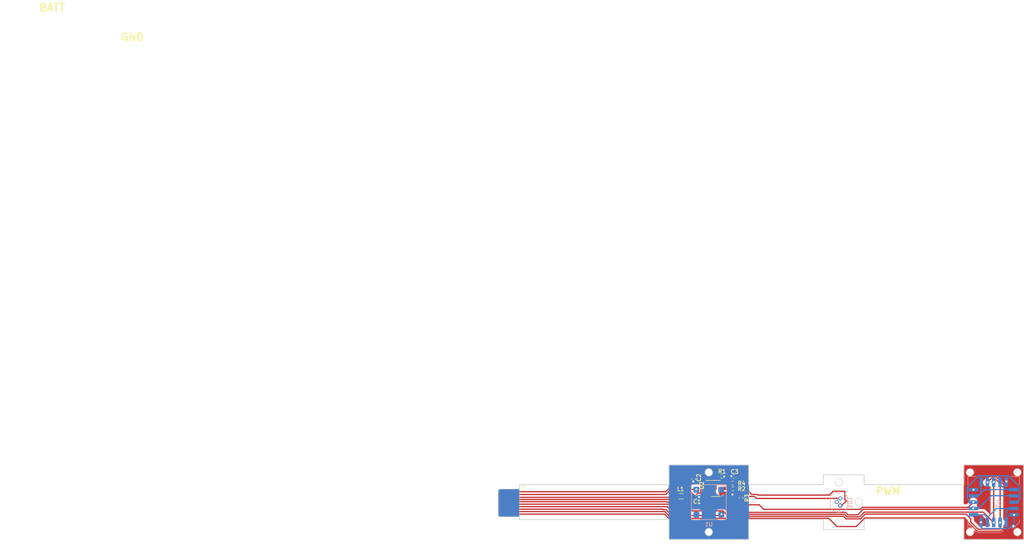
<source format=kicad_pcb>
(kicad_pcb (version 20221018) (generator pcbnew)
  (layers (0 "F.Cu" signal) (31 "B.Cu" signal) (34 "B.Paste" user) (35 "F.Paste" user) (36 "B.SilkS" user "B.Silkscreen") (37 "F.SilkS" user "F.Silkscreen") (38 "B.Mask" user) (39 "F.Mask" user) (44 "Edge.Cuts" user))
  (net 0 "")
  (net 1 "GND")
  (net 2 "Net-(LD1-A)")
  (net 3 "Net-(C3-Pad1)")
  (net 4 "Net-(U2-SW)")
  (net 6 "Net-(LD1-C)")
  (net 7 "Net-(U2-FB)")
  (net 9 "Net-(J3-Pin_9)")
  (net 10 "Net-(J3-Pin_1)")
  (net 11 "Net-(J3-Pin_2)")
  (net 12 "Net-(J3-Pin_5)")
  (net 13 "Net-(J3-Pin_6)")
  (net 14 "Net-(J3-Pin_4)")
  (net 15 "Net-(J3-Pin_3)")
  (net 16 "Net-(J3-Pin_7)")
  (net 17 "Net-(U3-NC-Pad12)")
  (net 18 "Net-(J3-Pin_8)")
  (footprint "footprints:FH19C_Connector" (layer "F.Cu") (at 96.5 88.425 90)
    (fp_text reference "J3" (at 2.95 2.5 90 unlocked) (layer "F.SilkS") (effects (font (size 0.8 0.8) (thickness 0.1))))
    (fp_text value "Conn_01x10")
    (fp_poly (pts (xy -2.66 1.6) (xy -2.66 -2.25) (xy -2.52 -2.39) (xy 2.42 -2.4) (xy 2.66 -2.23) (xy 2.68 1.61)) (stroke (width 0.2)) (fill solid) (layer "B.Cu"))
    (fp_line (start -2.58 1.75) (end 2.67 1.75) (stroke (width 0.05)) (layer "F.SilkS"))
    (fp_line (start -2.8 -2.3) (end -2.8 1.75) (stroke (width 0.05)) (layer "Edge.Cuts"))
    (fp_line (start -2.55 -2.55) (end -2.8 -2.3) (stroke (width 0.05)) (layer "Edge.Cuts"))
    (fp_line (start 2.45 -2.55) (end -2.55 -2.55) (stroke (width 0.05)) (layer "Edge.Cuts"))
    (fp_line (start 2.8 -2.3) (end 2.45 -2.55) (stroke (width 0.05)) (layer "Edge.Cuts"))
    (fp_line (start 2.8 1.75) (end 2.8 -2.3) (stroke (width 0.05)) (layer "Edge.Cuts"))
    (pad "1" smd rect (at -2.25 -1.02 180) (size 2.5 0.33) (layers "F.Cu" "F.Paste" "F.Mask") (net 10 "Net-(J3-Pin_1)"))
    (pad "2" smd rect (at -1.75 -1.02 180) (size 2.5 0.33) (layers "F.Cu" "F.Paste" "F.Mask") (net 11 "Net-(J3-Pin_2)"))
    (pad "3" smd rect (at -1.25 -1.02 180) (size 2.5 0.33) (layers "F.Cu" "F.Paste" "F.Mask") (net 15 "Net-(J3-Pin_3)"))
    (pad "4" smd rect (at -0.75 -1.02 180) (size 2.5 0.33) (layers "F.Cu" "F.Paste" "F.Mask") (net 14 "Net-(J3-Pin_4)"))
    (pad "5" smd rect (at -0.25 -1.02 180) (size 2.5 0.33) (layers "F.Cu" "F.Paste" "F.Mask") (net 12 "Net-(J3-Pin_5)"))
    (pad "6" smd rect (at 0.25 -1.02 180) (size 2.5 0.33) (layers "F.Cu" "F.Paste" "F.Mask") (net 13 "Net-(J3-Pin_6)"))
    (pad "7" smd rect (at 0.75 -1.02 180) (size 2.5 0.33) (layers "F.Cu" "F.Paste" "F.Mask") (net 16 "Net-(J3-Pin_7)"))
    (pad "8" smd rect (at 1.25 -1.02 180) (size 2.5 0.33) (layers "F.Cu" "F.Paste" "F.Mask") (net 18 "Net-(J3-Pin_8)"))
    (pad "9" smd rect (at 1.75 -1.02 180) (size 2.5 0.33) (layers "F.Cu" "F.Paste" "F.Mask") (net 9 "Net-(J3-Pin_9)"))
    (pad "10" smd rect (at 2.25 -1.02 180) (size 2.5 0.33) (layers "F.Cu" "F.Paste" "F.Mask") (net 1 "GND"))
  )
  (footprint "Resistor_SMD:R_0402_1005Metric" (layer "F.Cu") (at 142.7 87.4 -90)
    (fp_text reference "R3" (at 0.05 -1.2 -90) (layer "F.SilkS") (effects (font (size 0.8 0.8))))
    (fp_text value "33k")
    (fp_line (start -0.153641 -0.38) (end 0.153641 -0.38) (stroke (width 0.12)) (layer "F.SilkS"))
    (fp_line (start -0.153641 0.38) (end 0.153641 0.38) (stroke (width 0.12)) (layer "F.SilkS"))
    (pad "1" smd roundrect (at -0.51 0 270) (size 0.54 0.64) (layers "F.Cu" "F.Paste" "F.Mask") (net 3 "Net-(C3-Pad1)"))
    (pad "2" smd roundrect (at 0.51 0 270) (size 0.54 0.64) (layers "F.Cu" "F.Paste" "F.Mask") (net 16 "Net-(J3-Pin_7)"))
  )
  (footprint "Resistor_SMD:R_0402_1005Metric" (layer "F.Cu") (at 141.025 84.45)
    (fp_text reference "R4" (at 1.825 0.05) (layer "F.SilkS") (effects (font (size 0.8 0.8))))
    (fp_text value "4.7k")
    (fp_line (start -0.153641 -0.38) (end 0.153641 -0.38) (stroke (width 0.12)) (layer "F.SilkS"))
    (fp_line (start -0.153641 0.38) (end 0.153641 0.38) (stroke (width 0.12)) (layer "F.SilkS"))
    (pad "1" smd roundrect (at -0.51 0) (size 0.54 0.64) (layers "F.Cu" "F.Paste" "F.Mask") (net 6 "Net-(LD1-C)"))
    (pad "2" smd roundrect (at 0.51 0) (size 0.54 0.64) (layers "F.Cu" "F.Paste" "F.Mask") (net 7 "Net-(U2-FB)"))
  )
  (footprint "Capacitor_SMD:C_0402_1005Metric" (layer "F.Cu") (at 133.795 87.225)
    (fp_text reference "C1" (at 0.095 0.951) (layer "F.SilkS") (effects (font (size 0.8 0.8))))
    (fp_text value "1u")
    (fp_line (start -0.107836 -0.36) (end 0.107836 -0.36) (stroke (width 0.12)) (layer "F.SilkS"))
    (fp_line (start -0.107836 0.36) (end 0.107836 0.36) (stroke (width 0.12)) (layer "F.SilkS"))
    (pad "1" smd roundrect (at -0.48 0) (size 0.56 0.62) (layers "F.Cu" "F.Paste" "F.Mask") (net 18 "Net-(J3-Pin_8)"))
    (pad "2" smd roundrect (at 0.48 0) (size 0.56 0.62) (layers "F.Cu" "F.Paste" "F.Mask") (net 1 "GND"))
  )
  (footprint "Capacitor_SMD:C_0402_1005Metric" (layer "F.Cu") (at 133.175 83.625 -90)
    (fp_text reference "C2" (at -0.275 -1.075 -90) (layer "F.SilkS") (effects (font (size 0.8 0.8))))
    (fp_text value "1u")
    (fp_line (start -0.107836 -0.36) (end 0.107836 -0.36) (stroke (width 0.12)) (layer "F.SilkS"))
    (fp_line (start -0.107836 0.36) (end 0.107836 0.36) (stroke (width 0.12)) (layer "F.SilkS"))
    (pad "1" smd roundrect (at -0.48 0 270) (size 0.56 0.62) (layers "F.Cu" "F.Paste" "F.Mask") (net 2 "Net-(LD1-A)"))
    (pad "2" smd roundrect (at 0.48 0 270) (size 0.56 0.62) (layers "F.Cu" "F.Paste" "F.Mask") (net 1 "GND"))
  )
  (footprint "Capacitor_SMD:C_0402_1005Metric" (layer "F.Cu") (at 141.3 83.075 180)
    (fp_text reference "C3" (at -0.125 0.925 180) (layer "F.SilkS") (effects (font (size 0.8 0.8))))
    (fp_text value "0.1u")
    (fp_line (start -0.107836 -0.36) (end 0.107836 -0.36) (stroke (width 0.12)) (layer "F.SilkS"))
    (fp_line (start -0.107836 0.36) (end 0.107836 0.36) (stroke (width 0.12)) (layer "F.SilkS"))
    (pad "1" smd roundrect (at -0.48 0 180) (size 0.56 0.62) (layers "F.Cu" "F.Paste" "F.Mask") (net 3 "Net-(C3-Pad1)"))
    (pad "2" smd roundrect (at 0.48 0 180) (size 0.56 0.62) (layers "F.Cu" "F.Paste" "F.Mask") (net 1 "GND"))
  )
  (footprint "Resistor_SMD:R_0402_1005Metric" (layer "F.Cu") (at 141.1 85.575)
    (fp_text reference "R2" (at 1.75 0.025) (layer "F.SilkS") (effects (font (size 0.8 0.8))))
    (fp_text value "4.7k")
    (fp_line (start -0.153641 -0.38) (end 0.153641 -0.38) (stroke (width 0.12)) (layer "F.SilkS"))
    (fp_line (start -0.153641 0.38) (end 0.153641 0.38) (stroke (width 0.12)) (layer "F.SilkS"))
    (pad "1" smd roundrect (at -0.51 0) (size 0.54 0.64) (layers "F.Cu" "F.Paste" "F.Mask") (net 7 "Net-(U2-FB)"))
    (pad "2" smd roundrect (at 0.51 0) (size 0.54 0.64) (layers "F.Cu" "F.Paste" "F.Mask") (net 3 "Net-(C3-Pad1)"))
  )
  (footprint "Resistor_SMD:R_0402_1005Metric" (layer "F.Cu") (at 138.8 83.05 180)
    (fp_text reference "R1" (at -0.1 0.95 180) (layer "F.SilkS") (effects (font (size 0.8 0.8))))
    (fp_text value "2")
    (fp_line (start -0.153641 -0.38) (end 0.153641 -0.38) (stroke (width 0.12)) (layer "F.SilkS"))
    (fp_line (start -0.153641 0.38) (end 0.153641 0.38) (stroke (width 0.12)) (layer "F.SilkS"))
    (pad "1" smd roundrect (at -0.51 0 180) (size 0.54 0.64) (layers "F.Cu" "F.Paste" "F.Mask") (net 1 "GND"))
    (pad "2" smd roundrect (at 0.51 0 180) (size 0.54 0.64) (layers "F.Cu" "F.Paste" "F.Mask") (net 6 "Net-(LD1-C)"))
  )
  (footprint "Inductor_SMD:L_0805_2012Metric_Pad1.05x1.20mm_HandSolder" (layer "F.Cu") (at 130.725 87.075 180)
    (fp_text reference "L1" (at 0.15 1.45) (layer "F.SilkS") (effects (font (size 0.8 0.8))))
    (fp_text value "4.7u")
    (fp_line (start -0.410242 -0.56) (end 0.410242 -0.56) (stroke (width 0.12)) (layer "F.SilkS"))
    (fp_line (start -0.410242 0.56) (end 0.410242 0.56) (stroke (width 0.12)) (layer "F.SilkS"))
    (pad "1" smd roundrect (at -1.15 0 180) (size 1.05 1.2) (layers "F.Cu" "F.Paste" "F.Mask") (roundrect_rratio 0.238095) (net 4 "Net-(U2-SW)"))
    (pad "2" smd roundrect (at 1.15 0 180) (size 1.05 1.2) (layers "F.Cu" "F.Paste" "F.Mask") (roundrect_rratio 0.238095) (net 18 "Net-(J3-Pin_8)"))
  )
  (footprint "Package_TO_SOT_SMD:SOT-23-6_Handsoldering" (layer "F.Cu") (at 137.675 85.5)
    (fp_text reference "U2" (at -2.825 -0.6 90) (layer "F.SilkS") (effects (font (size 0.8 0.8))))
    (fp_text value "~")
    (fp_line (start -0.9 1.61) (end 0.9 1.61) (stroke (width 0.12)) (layer "F.SilkS"))
    (fp_line (start 0.9 -1.61) (end -2.05 -1.61) (stroke (width 0.12)) (layer "F.SilkS"))
    (pad "1" smd rect (at -1.35 -0.95) (size 1.56 0.65) (layers "F.Cu" "F.Paste" "F.Mask") (net 18 "Net-(J3-Pin_8)"))
    (pad "2" smd rect (at -1.35 0) (size 1.56 0.65) (layers "F.Cu" "F.Paste" "F.Mask") (net 2 "Net-(LD1-A)"))
    (pad "3" smd rect (at -1.35 0.95) (size 1.56 0.65) (layers "F.Cu" "F.Paste" "F.Mask") (net 18 "Net-(J3-Pin_8)"))
    (pad "4" smd rect (at 1.35 0.95) (size 1.56 0.65) (layers "F.Cu" "F.Paste" "F.Mask") (net 4 "Net-(U2-SW)"))
    (pad "5" smd rect (at 1.35 0) (size 1.56 0.65) (layers "F.Cu" "F.Paste" "F.Mask") (net 1 "GND"))
    (pad "6" smd rect (at 1.35 -0.95) (size 1.56 0.65) (layers "F.Cu" "F.Paste" "F.Mask") (net 7 "Net-(U2-FB)"))
  )
  (footprint "Package_LCC:PLCC-20" (layer "B.Cu") (at 193.45 88.275 90)
    (fp_text reference "U3" (at -0.275 0.825 90) (layer "B.SilkS") (effects (font (size 0.8 0.8)) (justify mirror)))
    (fp_text value "~")
    (fp_line (start -5.165 -5.165) (end -5.165 -3.515) (stroke (width 0.1)) (layer "B.SilkS"))
    (fp_line (start -5.165 4.015) (end -5.165 3.515) (stroke (width 0.1)) (layer "B.SilkS"))
    (fp_line (start -4.015 5.165) (end -5.165 4.015) (stroke (width 0.1)) (layer "B.SilkS"))
    (fp_line (start -3.515 -5.165) (end -5.165 -5.165) (stroke (width 0.1)) (layer "B.SilkS"))
    (fp_line (start -3.515 5.165) (end -4.015 5.165) (stroke (width 0.1)) (layer "B.SilkS"))
    (fp_line (start 3.515 -5.165) (end 5.165 -5.165) (stroke (width 0.1)) (layer "B.SilkS"))
    (fp_line (start 3.515 5.165) (end 5.165 5.165) (stroke (width 0.1)) (layer "B.SilkS"))
    (fp_line (start 5.165 -5.165) (end 5.165 -3.515) (stroke (width 0.1)) (layer "B.SilkS"))
    (fp_line (start 5.165 5.165) (end 5.165 3.515) (stroke (width 0.1)) (layer "B.SilkS"))
    (pad "1" smd rect (at 0 4.0525 90) (size 0.7 1.925) (layers "B.Cu" "B.Paste" "B.Mask") (net 13 "Net-(J3-Pin_6)"))
    (pad "2" smd rect (at -1.27 4.0525 90) (size 0.7 1.925) (layers "B.Cu" "B.Paste" "B.Mask") (net 17 "Net-(U3-NC-Pad12)"))
    (pad "3" smd rect (at -2.54 4.0525 90) (size 0.7 1.925) (layers "B.Cu" "B.Paste" "B.Mask") (net 10 "Net-(J3-Pin_1)"))
    (pad "4" smd rect (at -4.0525 2.54 90) (size 1.925 0.7) (layers "B.Cu" "B.Paste" "B.Mask") (net 17 "Net-(U3-NC-Pad12)"))
    (pad "5" smd rect (at -4.0525 1.27 90) (size 1.925 0.7) (layers "B.Cu" "B.Paste" "B.Mask") (net 15 "Net-(J3-Pin_3)"))
    (pad "6" smd rect (at -4.0525 0 90) (size 1.925 0.7) (layers "B.Cu" "B.Paste" "B.Mask") (net 14 "Net-(J3-Pin_4)"))
    (pad "7" smd rect (at -4.0525 -1.27 90) (size 1.925 0.7) (layers "B.Cu" "B.Paste" "B.Mask") (net 17 "Net-(U3-NC-Pad12)"))
    (pad "8" smd rect (at -4.0525 -2.54 90) (size 1.925 0.7) (layers "B.Cu" "B.Paste" "B.Mask") (net 10 "Net-(J3-Pin_1)"))
    (pad "9" smd rect (at -2.54 -4.0525 90) (size 0.7 1.925) (layers "B.Cu" "B.Paste" "B.Mask") (net 17 "Net-(U3-NC-Pad12)"))
    (pad "10" smd rect (at -1.27 -4.0525 90) (size 0.7 1.925) (layers "B.Cu" "B.Paste" "B.Mask") (net 12 "Net-(J3-Pin_5)"))
    (pad "11" smd rect (at 0 -4.0525 90) (size 0.7 1.925) (layers "B.Cu" "B.Paste" "B.Mask") (net 13 "Net-(J3-Pin_6)"))
    (pad "12" smd rect (at 1.27 -4.0525 90) (size 0.7 1.925) (layers "B.Cu" "B.Paste" "B.Mask") (net 17 "Net-(U3-NC-Pad12)"))
    (pad "13" smd rect (at 2.54 -4.0525 90) (size 0.7 1.925) (layers "B.Cu" "B.Paste" "B.Mask") (net 10 "Net-(J3-Pin_1)"))
    (pad "14" smd rect (at 4.0525 -2.54 90) (size 1.925 0.7) (layers "B.Cu" "B.Paste" "B.Mask") (net 17 "Net-(U3-NC-Pad12)"))
    (pad "15" smd rect (at 4.0525 -1.27 90) (size 1.925 0.7) (layers "B.Cu" "B.Paste" "B.Mask") (net 15 "Net-(J3-Pin_3)"))
    (pad "16" smd rect (at 4.0525 0 90) (size 1.925 0.7) (layers "B.Cu" "B.Paste" "B.Mask") (net 14 "Net-(J3-Pin_4)"))
    (pad "17" smd rect (at 4.0525 1.27 90) (size 1.925 0.7) (layers "B.Cu" "B.Paste" "B.Mask") (net 17 "Net-(U3-NC-Pad12)"))
    (pad "18" smd rect (at 4.0525 2.54 90) (size 1.925 0.7) (layers "B.Cu" "B.Paste" "B.Mask") (net 10 "Net-(J3-Pin_1)"))
    (pad "19" smd rect (at 2.54 4.0525 90) (size 0.7 1.925) (layers "B.Cu" "B.Paste" "B.Mask") (net 17 "Net-(U3-NC-Pad12)"))
    (pad "20" smd rect (at 1.27 4.0525 90) (size 0.7 1.925) (layers "B.Cu" "B.Paste" "B.Mask") (net 12 "Net-(J3-Pin_5)"))
  )
  (footprint "0_kicad_custom_footprints:SensL_SiPM_6mm" (layer "B.Cu") (at 136.25 88.275 180)
    (fp_text reference "U1" (at 0 -4.445 unlocked) (layer "B.SilkS") (effects (font (size 0.8 0.8)) (justify mirror)))
    (fp_text value "SensL_SiPM")
    (fp_rect (start -3.5 -3.5) (end 3.5 3.5) (stroke (width 0.12)) (fill none) (layer "B.SilkS"))
    (pad "1" smd roundrect (at -2.5 -2.5 180) (size 1.2 1.2) (layers "B.Cu" "B.Paste" "B.Mask") (net 11 "Net-(J3-Pin_2)"))
    (pad "2" smd roundrect (at 2.5 -2.5 180) (size 1.2 1.2) (layers "B.Cu" "B.Paste" "B.Mask"))
    (pad "3" smd roundrect (at 2.5 2.5 180) (size 1.2 1.2) (layers "B.Cu" "B.Paste" "B.Mask") (net 9 "Net-(J3-Pin_9)"))
    (pad "4" smd roundrect (at -2.5 2.5 180) (size 1.2 1.2) (layers "B.Cu" "B.Paste" "B.Mask"))
  )
  (footprint "OptoDevice:LaserDiode_TO38ICut-3" (layer "B.Cu") (at 162.35 88.955 90)
    (fp_text reference "LD1" (at 0.525 2.274 -90) (layer "B.SilkS") (effects (font (size 0.8 0.8)) (justify mirror)))
    (fp_text value "PL450B")
    (fp_line (start -1.15 0.3) (end -0.95 0) (stroke (width 0.12)) (layer "B.SilkS"))
    (fp_line (start -0.95 0) (end -1.15 -0.3) (stroke (width 0.12)) (layer "B.SilkS"))
    (fp_line (start -0.4 -1.7) (end 1.8 -1.7) (stroke (width 0.12)) (layer "B.SilkS"))
    (fp_line (start 1.8 1.7) (end -0.4 1.7) (stroke (width 0.12)) (layer "B.SilkS"))
    (fp_line (start 2.35 0) (end 2.55 -0.3) (stroke (width 0.12)) (layer "B.SilkS"))
    (fp_line (start 2.55 0.3) (end 2.35 0) (stroke (width 0.12)) (layer "B.SilkS"))
    (fp_arc (start -0.4 1.7) (mid -1.320296 0) (end -0.4 -1.7) (stroke (width 0.12)) (layer "B.SilkS"))
    (fp_arc (start 1.790069 -1.706327) (mid 2.729422 -0.005888) (end 1.8 1.7) (stroke (width 0.12)) (layer "B.SilkS"))
    (pad "1" thru_hole roundrect (at 0 0.3 45) (size 0.8 0.8) (drill 0.5) (layers "*.Cu" "*.Mask") (net 2 "Net-(LD1-A)"))
    (pad "2" thru_hole circle (at 0.715 -0.415 90) (size 0.8 0.8) (drill 0.5) (layers "*.Cu" "*.Mask"))
    (pad "3" thru_hole circle (at 1.43 0.3 90) (size 0.8 0.8) (drill 0.5) (layers "*.Cu" "*.Mask") (net 6 "Net-(LD1-C)"))
  )
  (gr_line (start 128.25 95.775) (end 128.25 91.775) (stroke (width 0.15)) (layer "Edge.Cuts"))
  (gr_line (start 187.45 95.775) (end 187.45 91.775) (stroke (width 0.15)) (layer "Edge.Cuts"))
  (gr_line (start 128.25 80.775) (end 144.25 80.775) (stroke (width 0.15)) (layer "Edge.Cuts"))
  (gr_line (start 167.45 91.775) (end 167.45 93.775) (stroke (width 0.15)) (layer "Edge.Cuts"))
  (gr_line (start 159.25 84.775) (end 159.25 82.775) (stroke (width 0.15)) (layer "Edge.Cuts"))
  (gr_circle (center 166.35 88.245) (end 167.1 88.245) (stroke (width 0.1)) (fill none) (layer "Edge.Cuts"))
  (gr_line (start 144.25 95.775) (end 128.25 95.775) (stroke (width 0.15)) (layer "Edge.Cuts"))
  (gr_line (start 128.25 91.775) (end 98.25 91.775) (stroke (width 0.15)) (layer "Edge.Cuts"))
  (gr_line (start 144.25 91.775) (end 144.25 95.775) (stroke (width 0.15)) (layer "Edge.Cuts"))
  (gr_line (start 128.25 84.775) (end 128.25 80.775) (stroke (width 0.15)) (layer "Edge.Cuts"))
  (gr_line (start 199.45 80.775) (end 199.45 95.775) (stroke (width 0.15)) (layer "Edge.Cuts"))
  (gr_circle (center 162.35 92.275) (end 163.1 92.275) (stroke (width 0.1)) (fill none) (layer "Edge.Cuts"))
  (gr_circle (center 198.2 94.275) (end 198.95 94.275) (stroke (width 0.1)) (fill none) (layer "Edge.Cuts"))
  (gr_line (start 144.25 80.775) (end 144.25 84.775) (stroke (width 0.15)) (layer "Edge.Cuts"))
  (gr_line (start 187.45 91.775) (end 167.45 91.775) (stroke (width 0.15)) (layer "Edge.Cuts"))
  (gr_line (start 159.25 82.775) (end 167.45 82.775) (stroke (width 0.15)) (layer "Edge.Cuts"))
  (gr_line (start 98.25 84.775) (end 98.25 85.625) (stroke (width 0.15)) (layer "Edge.Cuts"))
  (gr_line (start 144.25 84.775) (end 159.25 84.775) (stroke (width 0.15)) (layer "Edge.Cuts"))
  (gr_circle (center 188.7 94.275) (end 189.45 94.275) (stroke (width 0.1)) (fill none) (layer "Edge.Cuts"))
  (gr_line (start 199.45 95.775) (end 187.45 95.775) (stroke (width 0.15)) (layer "Edge.Cuts"))
  (gr_line (start 167.45 93.775) (end 159.25 93.775) (stroke (width 0.15)) (layer "Edge.Cuts"))
  (gr_circle (center 136.25 82.275) (end 137 82.275) (stroke (width 0.1)) (fill none) (layer "Edge.Cuts"))
  (gr_line (start 167.45 84.775) (end 187.45 84.775) (stroke (width 0.15)) (layer "Edge.Cuts"))
  (gr_line (start 98.25 91.225) (end 98.25 91.775) (stroke (width 0.15)) (layer "Edge.Cuts"))
  (gr_line (start 187.45 80.775) (end 199.45 80.775) (stroke (width 0.15)) (layer "Edge.Cuts"))
  (gr_line (start 167.45 82.775) (end 167.45 84.775) (stroke (width 0.15)) (layer "Edge.Cuts"))
  (gr_circle (center 136.25 94.275) (end 137 94.275) (stroke (width 0.1)) (fill none) (layer "Edge.Cuts"))
  (gr_line (start 159.25 91.775) (end 144.25 91.775) (stroke (width 0.15)) (layer "Edge.Cuts"))
  (gr_circle (center 188.7 82.275) (end 189.45 82.275) (stroke (width 0.1)) (fill none) (layer "Edge.Cuts"))
  (gr_circle (center 162.35 84.275) (end 163.1 84.275) (stroke (width 0.1)) (fill none) (layer "Edge.Cuts"))
  (gr_line (start 159.25 93.775) (end 159.25 91.775) (stroke (width 0.15)) (layer "Edge.Cuts"))
  (gr_line (start 98.25 84.775) (end 128.25 84.775) (stroke (width 0.15)) (layer "Edge.Cuts"))
  (gr_circle (center 198.2 82.275) (end 198.95 82.275) (stroke (width 0.1)) (fill none) (layer "Edge.Cuts"))
  (gr_line (start 187.45 84.775) (end 187.45 80.775) (stroke (width 0.15)) (layer "Edge.Cuts"))
  (gr_text "PWM" (at 169.6 86.916) (layer "F.SilkS") (effects (font (size 1.5 1.5) (thickness 0.3) bold) (justify left bottom)))
  (gr_text "GND" (at 18.034 -4.318) (layer "F.SilkS") (effects (font (size 1.5 1.5) (thickness 0.3) bold) (justify left bottom)))
  (gr_text "BATT" (at 1.65 -10.25) (layer "F.SilkS") (effects (font (size 1.5 1.5) (thickness 0.3) bold) (justify left bottom)))
  (segment (start 131.829314 84.105) (end 133.121 84.105) (width 0.25) (layer "F.Cu") (net 1))
  (segment (start 133.128 84.112) (end 133.135 84.105) (width 0.25) (layer "F.Cu") (net 1))
  (segment (start 140.840174 86.725) (end 140.975 86.725) (width 0.25) (layer "F.Cu") (net 1))
  (segment (start 95.48 86.175) (end 127.609314 86.175) (width 0.25) (layer "F.Cu") (net 1))
  (segment (start 139.615174 85.5) (end 140.840174 86.725) (width 0.25) (layer "F.Cu") (net 1))
  (segment (start 133.135 84.105) (end 133.175 84.105) (width 0.25) (layer "F.Cu") (net 1))
  (segment (start 127.609314 86.175) (end 130.754314 83.03) (width 0.25) (layer "F.Cu") (net 1))
  (segment (start 130.754314 83.03) (end 131.829314 84.105) (width 0.25) (layer "F.Cu") (net 1))
  (segment (start 139.025 85.5) (end 139.615174 85.5) (width 0.25) (layer "F.Cu") (net 1))
  (segment (start 133.121 84.105) (end 133.128 84.112) (width 0.25) (layer "F.Cu") (net 1))
  (via (at 139.337031 83.1295) (size 0.8) (drill 0.4) (layers "F.Cu" "B.Cu") (net 1))
  (via (at 134.3 87.225) (size 0.8) (drill 0.4) (layers "F.Cu" "B.Cu") (net 1))
  (via (at 133.128 84.112) (size 0.8) (drill 0.4) (layers "F.Cu" "B.Cu") (net 1))
  (via (at 140.975 86.725) (size 0.8) (drill 0.4) (layers "F.Cu" "B.Cu") (net 1))
  (via (at 140.775 83.05) (size 0.8) (drill 0.4) (layers "F.Cu" "B.Cu") (net 1))
  (segment (start 131.35 85.89) (end 131.35 86.398) (width 0.25) (layer "B.Cu") (net 1))
  (segment (start 131.35 86.398) (end 132.874 87.922) (width 0.25) (layer "B.Cu") (net 1))
  (segment (start 132.874 87.922) (end 133.603 87.922) (width 0.25) (layer "B.Cu") (net 1))
  (segment (start 133.128 84.112) (end 131.35 85.89) (width 0.25) (layer "B.Cu") (net 1))
  (segment (start 133.603 87.922) (end 134.3 87.225) (width 0.25) (layer "B.Cu") (net 1))
  (segment (start 134.3 87.225) (end 133.79405 87.225) (width 0.25) (layer "B.Cu") (net 1))
  (segment (start 137.564 85.5) (end 136.325 85.5) (width 0.25) (layer "F.Cu") (net 2))
  (segment (start 136.965174 83.475) (end 137.7 84.209826) (width 0.25) (layer "F.Cu") (net 2))
  (segment (start 146.1 86.85) (end 145.975 86.725) (width 0.25) (layer "F.Cu") (net 2))
  (segment (start 160.475 86.85) (end 146.1 86.85) (width 0.25) (layer "F.Cu") (net 2))
  (segment (start 144.875 86.725) (end 142.95 84.8) (width 0.25) (layer "F.Cu") (net 2))
  (segment (start 142.95 81.525) (end 143.05 81.425) (width 0.25) (layer "F.Cu") (net 2))
  (segment (start 161.25 86.075) (end 160.475 86.85) (width 0.25) (layer "F.Cu") (net 2))
  (segment (start 145.975 86.725) (end 144.875 86.725) (width 0.25) (layer "F.Cu") (net 2))
  (segment (start 163.575 87.7) (end 163.575 86.075) (width 0.25) (layer "F.Cu") (net 2))
  (segment (start 143.05 81.425) (end 142.9 81.275) (width 0.25) (layer "F.Cu") (net 2))
  (segment (start 142.95 84.8) (end 142.95 81.525) (width 0.25) (layer "F.Cu") (net 2))
  (segment (start 163.875 88) (end 163.575 87.7) (width 0.25) (layer "F.Cu") (net 2))
  (segment (start 137.7 84.209826) (end 137.7 85.636) (width 0.25) (layer "F.Cu") (net 2))
  (segment (start 163.575 86.075) (end 161.25 86.075) (width 0.25) (layer "F.Cu") (net 2))
  (segment (start 137.7 85.636) (end 137.564 85.5) (width 0.25) (layer "F.Cu") (net 2))
  (segment (start 134.075 83.475) (end 136.965174 83.475) (width 0.25) (layer "F.Cu") (net 2))
  (segment (start 142.9 81.275) (end 139.165174 81.275) (width 0.25) (layer "F.Cu") (net 2))
  (segment (start 162.35 88.955) (end 162.92 88.955) (width 0.25) (layer "F.Cu") (net 2))
  (segment (start 162.92 88.955) (end 163.875 88) (width 0.25) (layer "F.Cu") (net 2))
  (segment (start 133.175 83.145) (end 133.745 83.145) (width 0.25) (layer "F.Cu") (net 2))
  (segment (start 139.165174 81.275) (end 136.965174 83.475) (width 0.25) (layer "F.Cu") (net 2))
  (segment (start 133.745 83.145) (end 134.075 83.475) (width 0.25) (layer "F.Cu") (net 2))
  (segment (start 142.7 86.89) (end 142.7 86.665) (width 0.25) (layer "F.Cu") (net 3))
  (segment (start 142.08 83.75) (end 141.78 83.45) (width 0.25) (layer "F.Cu") (net 3))
  (segment (start 142.7 86.665) (end 141.61 85.575) (width 0.25) (layer "F.Cu") (net 3))
  (segment (start 142.08 85.105) (end 141.61 85.575) (width 0.25) (layer "F.Cu") (net 3))
  (segment (start 141.78 83.45) (end 141.78 83.075) (width 0.25) (layer "F.Cu") (net 3))
  (segment (start 142.08 83.75) (end 142.08 85.105) (width 0.25) (layer "F.Cu") (net 3))
  (segment (start 137.475 88) (end 139.025 86.45) (width 0.25) (layer "F.Cu") (net 4))
  (segment (start 132.8 88) (end 137.475 88) (width 0.25) (layer "F.Cu") (net 4))
  (segment (start 131.875 87.075) (end 132.8 88) (width 0.25) (layer "F.Cu") (net 4))
  (segment (start 139.005174 82.455) (end 140.06 82.455) (width 0.25) (layer "F.Cu") (net 6))
  (segment (start 138.410174 83.05) (end 139.005174 82.455) (width 0.25) (layer "F.Cu") (net 6))
  (segment (start 140.09 84.025) (end 140.515 84.45) (width 0.25) (layer "F.Cu") (net 6))
  (segment (start 142.525 81.675) (end 142.48 81.72) (width 0.25) (layer "F.Cu") (net 6))
  (segment (start 145.410686 87.125) (end 145.810686 87.525) (width 0.25) (layer "F.Cu") (net 6))
  (segment (start 140.09 82.485) (end 140.9 81.675) (width 0.25) (layer "F.Cu") (net 6))
  (segment (start 142.48 81.72) (end 142.48 84.975) (width 0.25) (layer "F.Cu") (net 6))
  (segment (start 143.575 86.07) (end 143.575 87.125) (width 0.25) (layer "F.Cu") (net 6))
  (segment (start 140.09 82.485) (end 140.09 84.025) (width 0.25) (layer "F.Cu") (net 6))
  (segment (start 143.575 87.125) (end 145.410686 87.125) (width 0.25) (layer "F.Cu") (net 6))
  (segment (start 145.810686 87.525) (end 162.35 87.525) (width 0.25) (layer "F.Cu") (net 6))
  (segment (start 140.06 82.455) (end 140.09 82.485) (width 0.25) (layer "F.Cu") (net 6))
  (segment (start 140.9 81.675) (end 142.525 81.675) (width 0.25) (layer "F.Cu") (net 6))
  (segment (start 142.48 84.975) (end 143.575 86.07) (width 0.25) (layer "F.Cu") (net 6))
  (segment (start 140.59 85.575) (end 140.59 85.255) (width 0.25) (layer "F.Cu") (net 7))
  (segment (start 139.685174 84.55) (end 139.025 84.55) (width 0.25) (layer "F.Cu") (net 7))
  (segment (start 140.59 85.395) (end 141.535 84.45) (width 0.25) (layer "F.Cu") (net 7))
  (segment (start 140.463 85.128) (end 140.263174 85.128) (width 0.25) (layer "F.Cu") (net 7))
  (segment (start 140.59 85.575) (end 140.59 85.395) (width 0.25) (layer "F.Cu") (net 7))
  (segment (start 140.263174 85.128) (end 139.685174 84.55) (width 0.25) (layer "F.Cu") (net 7))
  (segment (start 140.59 85.255) (end 140.463 85.128) (width 0.25) (layer "F.Cu") (net 7))
  (segment (start 133.75 85.7) (end 128.65 85.7) (width 0.25) (layer "F.Cu") (net 9))
  (segment (start 128.65 85.7) (end 127.615 86.735) (width 0.25) (layer "F.Cu") (net 9))
  (segment (start 95.54 86.735) (end 95.48 86.675) (width 0.25) (layer "F.Cu") (net 9))
  (segment (start 127.615 86.735) (end 95.54 86.735) (width 0.25) (layer "F.Cu") (net 9))
  (via (at 133.75 85.7) (size 0.8) (drill 0.4) (layers "F.Cu" "B.Cu") (net 9))
  (segment (start 189.4 85.775) (end 192.025 83.15) (width 0.25) (layer "F.Cu") (net 10))
  (segment (start 197.55 91.440686) (end 197.55 90.825) (width 0.25) (layer "F.Cu") (net 10))
  (segment (start 196.075 89.35) (end 197.55 90.825) (width 0.25) (layer "F.Cu") (net 10))
  (segment (start 192.025 83.15) (end 193.895281 83.15) (width 0.25) (layer "F.Cu") (net 10))
  (segment (start 160.334107 91.525) (end 161.981127 93.17202) (width 0.25) (layer "F.Cu") (net 10))
  (segment (start 194.865686 94.125) (end 197.55 91.440686) (width 0.25) (layer "F.Cu") (net 10))
  (segment (start 165.85499 93.17202) (end 167.57701 91.45) (width 0.25) (layer "F.Cu") (net 10))
  (segment (start 161.981127 93.17202) (end 165.85499 93.17202) (width 0.25) (layer "F.Cu") (net 10))
  (segment (start 167.57701 91.45) (end 187.459314 91.45) (width 0.25) (layer "F.Cu") (net 10))
  (segment (start 187.459314 91.45) (end 190.134314 94.125) (width 0.25) (layer "F.Cu") (net 10))
  (segment (start 196.075 85.329719) (end 196.075 89.35) (width 0.25) (layer "F.Cu") (net 10))
  (segment (start 193.895281 83.15) (end 196.075 85.329719) (width 0.25) (layer "F.Cu") (net 10))
  (segment (start 190.134314 94.125) (end 194.865686 94.125) (width 0.25) (layer "F.Cu") (net 10))
  (segment (start 128.234314 91.525) (end 160.334107 91.525) (width 0.25) (layer "F.Cu") (net 10))
  (segment (start 95.48 90.675) (end 127.384314 90.675) (width 0.25) (layer "F.Cu") (net 10))
  (segment (start 127.384314 90.675) (end 128.234314 91.525) (width 0.25) (layer "F.Cu") (net 10))
  (via (at 190.9 92.325) (size 0.8) (drill 0.4) (layers "F.Cu" "B.Cu") (net 10))
  (via (at 196 84.1) (size 0.8) (drill 0.4) (layers "F.Cu" "B.Cu") (net 10))
  (via (at 197.55 90.825) (size 0.8) (drill 0.4) (layers "F.Cu" "B.Cu") (net 10))
  (via (at 189.4 85.775) (size 0.8) (drill 0.4) (layers "F.Cu" "B.Cu") (net 10))
  (via (at 197.4 93.075) (size 0.8) (drill 0.4) (layers "F.Cu" "B.Cu") (net 10))
  (segment (start 197.55 92.46891) (end 197.55 90.825) (width 0.25) (layer "B.Cu") (net 10))
  (segment (start 191.185 93.565) (end 196.45391 93.565) (width 0.25) (layer "B.Cu") (net 10))
  (segment (start 196.94391 93.075) (end 197.4 93.075) (width 0.25) (layer "B.Cu") (net 10))
  (segment (start 196.45391 93.565) (end 196.94391 93.075) (width 0.25) (layer "B.Cu") (net 10))
  (segment (start 190.91 93.29) (end 191.185 93.565) (width 0.25) (layer "B.Cu") (net 10))
  (segment (start 197.4 92.61891) (end 197.55 92.46891) (width 0.25) (layer "B.Cu") (net 10))
  (segment (start 197.4 93.075) (end 197.4 92.61891) (width 0.25) (layer "B.Cu") (net 10))
  (segment (start 190.91 92.3275) (end 190.91 93.29) (width 0.25) (layer "B.Cu") (net 10))
  (segment (start 127.45 90.175) (end 95.48 90.175) (width 0.25) (layer "F.Cu") (net 11))
  (segment (start 138.545 90.955) (end 128.23 90.955) (width 0.25) (layer "F.Cu") (net 11))
  (segment (start 128.23 90.955) (end 127.45 90.175) (width 0.25) (layer "F.Cu") (net 11))
  (segment (start 138.8 90.7) (end 138.545 90.955) (width 0.25) (layer "F.Cu") (net 11))
  (via (at 138.8 90.7) (size 0.8) (drill 0.4) (layers "F.Cu" "B.Cu") (net 11))
  (segment (start 140.740686 90.325) (end 139.615686 89.2) (width 0.25) (layer "F.Cu") (net 12))
  (segment (start 139.615686 89.2) (end 130.7 89.2) (width 0.25) (layer "F.Cu") (net 12))
  (segment (start 164.2 90.825) (end 163.7 90.325) (width 0.25) (layer "F.Cu") (net 12))
  (segment (start 166.125 90.825) (end 164.2 90.825) (width 0.25) (layer "F.Cu") (net 12))
  (segment (start 130.2 89.7) (end 129.3 89.7) (width 0.25) (layer "F.Cu") (net 12))
  (segment (start 130.7 89.2) (end 130.2 89.7) (width 0.25) (layer "F.Cu") (net 12))
  (segment (start 167.237158 89.712842) (end 166.125 90.825) (width 0.25) (layer "F.Cu") (net 12))
  (segment (start 189.35 89.525) (end 189.162158 89.712842) (width 0.25) (layer "F.Cu") (net 12))
  (segment (start 189.162158 89.712842) (end 167.237158 89.712842) (width 0.25) (layer "F.Cu") (net 12))
  (segment (start 128.275 88.675) (end 95.48 88.675) (width 0.25) (layer "F.Cu") (net 12))
  (segment (start 129.3 89.7) (end 128.275 88.675) (width 0.25) (layer "F.Cu") (net 12))
  (segment (start 163.7 90.325) (end 140.740686 90.325) (width 0.25) (layer "F.Cu") (net 12))
  (via (at 189.35 89.525) (size 0.8) (drill 0.4) (layers "F.Cu" "B.Cu") (net 12))
  (segment (start 192.93 86.975) (end 190.36 89.545) (width 0.25) (layer "B.Cu") (net 12))
  (segment (start 190.36 89.545) (end 189.3975 89.545) (width 0.25) (layer "B.Cu") (net 12))
  (segment (start 197.5 86.975) (end 192.93 86.975) (width 0.25) (layer "B.Cu") (net 12))
  (segment (start 127.825 88.25) (end 128.415685 88.25) (width 0.25) (layer "F.Cu") (net 13))
  (segment (start 166.671472 89.712842) (end 167.071473 89.312842) (width 0.25) (layer "F.Cu") (net 13))
  (segment (start 146.375 88.8) (end 147.287842 89.712842) (width 0.25) (layer "F.Cu") (net 13))
  (segment (start 128.965685 88.8) (end 146.375 88.8) (width 0.25) (layer "F.Cu") (net 13))
  (segment (start 167.071473 89.312842) (end 188.312158 89.312842) (width 0.25) (layer "F.Cu") (net 13))
  (segment (start 128.415685 88.25) (end 128.965685 88.8) (width 0.25) (layer "F.Cu") (net 13))
  (segment (start 127.75 88.175) (end 127.825 88.25) (width 0.25) (layer "F.Cu") (net 13))
  (segment (start 188.312158 89.312842) (end 189.35 88.275) (width 0.25) (layer "F.Cu") (net 13))
  (segment (start 95.48 88.175) (end 127.75 88.175) (width 0.25) (layer "F.Cu") (net 13))
  (segment (start 147.287842 89.712842) (end 166.671472 89.712842) (width 0.25) (layer "F.Cu") (net 13))
  (via (at 189.35 88.275) (size 0.8) (drill 0.4) (layers "F.Cu" "B.Cu") (net 13))
  (segment (start 197.98391 88.325) (end 198.74 87.56891) (width 0.25) (layer "B.Cu") (net 13))
  (segment (start 190.44609 82.985) (end 188.16 85.27109) (width 0.25) (layer "B.Cu") (net 13))
  (segment (start 198.74 85.265) (end 196.46 82.985) (width 0.25) (layer "B.Cu") (net 13))
  (segment (start 196.46 82.985) (end 190.44609 82.985) (width 0.25) (layer "B.Cu") (net 13))
  (segment (start 188.16 87.46891) (end 188.96609 88.275) (width 0.25) (layer "B.Cu") (net 13))
  (segment (start 188.96609 88.275) (end 189.35 88.275) (width 0.25) (layer "B.Cu") (net 13))
  (segment (start 197.5 88.325) (end 197.98391 88.325) (width 0.25) (layer "B.Cu") (net 13))
  (segment (start 198.74 87.56891) (end 198.74 85.265) (width 0.25) (layer "B.Cu") (net 13))
  (segment (start 188.16 85.27109) (end 188.16 87.46891) (width 0.25) (layer "B.Cu") (net 13))
  (segment (start 130.6 90.1) (end 130.65 90.15) (width 0.25) (layer "F.Cu") (net 14))
  (segment (start 164.025 91.225) (end 166.534314 91.225) (width 0.25) (layer "F.Cu") (net 14))
  (segment (start 193.45 84.225) (end 193.45 92.375) (width 0.25) (layer "F.Cu") (net 14))
  (segment (start 130.65 90.15) (end 131.2 89.6) (width 0.25) (layer "F.Cu") (net 14))
  (segment (start 95.48 89.175) (end 127.9 89.175) (width 0.25) (layer "F.Cu") (net 14))
  (segment (start 139.45 89.6) (end 140.575 90.725) (width 0.25) (layer "F.Cu") (net 14))
  (segment (start 140.575 90.725) (end 163.525 90.725) (width 0.25) (layer "F.Cu") (net 14))
  (segment (start 166.534314 91.225) (end 167.484315 90.275) (width 0.25) (layer "F.Cu") (net 14))
  (segment (start 167.484315 90.275) (end 191.35 90.275) (width 0.25) (layer "F.Cu") (net 14))
  (segment (start 128.825 90.1) (end 130.6 90.1) (width 0.25) (layer "F.Cu") (net 14))
  (segment (start 131.2 89.6) (end 139.45 89.6) (width 0.25) (layer "F.Cu") (net 14))
  (segment (start 191.35 90.275) (end 193.45 92.375) (width 0.25) (layer "F.Cu") (net 14))
  (segment (start 127.9 89.175) (end 128.825 90.1) (width 0.25) (layer "F.Cu") (net 14))
  (segment (start 163.525 90.725) (end 164.025 91.225) (width 0.25) (layer "F.Cu") (net 14))
  (via (at 193.45 84.225) (size 0.8) (drill 0.4) (layers "F.Cu" "B.Cu") (net 14))
  (via (at 193.45 92.375) (size 0.8) (drill 0.4) (layers "F.Cu" "B.Cu") (net 14))
  (segment (start 127.1 89.775) (end 127 89.675) (width 0.25) (layer "F.Cu") (net 15))
  (segment (start 130.97 90.555) (end 128.425 90.555) (width 0.25) (layer "F.Cu") (net 15))
  (segment (start 190.275 93.7) (end 188.85 92.275) (width 0.25) (layer "F.Cu") (net 15))
  (segment (start 188.85 92.275) (end 188.85 91.625) (width 0.25) (layer "F.Cu") (net 15))
  (segment (start 139.1 90.025) (end 131.5 90.025) (width 0.25) (layer "F.Cu") (net 15))
  (segment (start 193.729595 83.55) (end 192.925 83.55) (width 0.25) (layer "F.Cu") (net 15))
  (segment (start 194.75 92.375) (end 194.75 84.570405) (width 0.25) (layer "F.Cu") (net 15))
  (segment (start 192.925 83.55) (end 192.2 84.275) (width 0.25) (layer "F.Cu") (net 15))
  (segment (start 167.65 90.675) (end 166.7 91.625) (width 0.25) (layer "F.Cu") (net 15))
  (segment (start 163.3 91.125) (end 140.2 91.125) (width 0.25) (layer "F.Cu") (net 15))
  (segment (start 194.75 92.375) (end 194.75 93.675) (width 0.25) (layer "F.Cu") (net 15))
  (segment (start 128.425 90.555) (end 127.645 89.775) (width 0.25) (layer "F.Cu") (net 15))
  (segment (start 131.5 90.025) (end 130.97 90.555) (width 0.25) (layer "F.Cu") (net 15))
  (segment (start 188.85 91.625) (end 187.9 90.675) (width 0.25) (layer "F.Cu") (net 15))
  (segment (start 163.8 91.625) (end 163.3 91.125) (width 0.25) (layer "F.Cu") (net 15))
  (segment (start 194.725 93.7) (end 190.275 93.7) (width 0.25) (layer "F.Cu") (net 15))
  (segment (start 194.75 84.570405) (end 193.729595 83.55) (width 0.25) (layer "F.Cu") (net 15))
  (segment (start 127 89.675) (end 95.48 89.675) (width 0.25) (layer "F.Cu") (net 15))
  (segment (start 194.75 93.675) (end 194.725 93.7) (width 0.25) (layer "F.Cu") (net 15))
  (segment (start 187.9 90.675) (end 167.65 90.675) (width 0.25) (layer "F.Cu") (net 15))
  (segment (start 127.645 89.775) (end 127.1 89.775) (width 0.25) (layer "F.Cu") (net 15))
  (segment (start 166.7 91.625) (end 163.8 91.625) (width 0.25) (layer "F.Cu") (net 15))
  (segment (start 140.2 91.125) (end 139.1 90.025) (width 0.25) (layer "F.Cu") (net 15))
  (via (at 192.2 84.275) (size 0.8) (drill 0.4) (layers "F.Cu" "B.Cu") (net 15))
  (via (at 194.75 92.375) (size 0.8) (drill 0.4) (layers "F.Cu" "B.Cu") (net 15))
  (segment (start 142.7 87.91) (end 141.06 87.91) (width 0.25) (layer "F.Cu") (net 16))
  (segment (start 140.425 87.275) (end 138.765686 87.275) (width 0.25) (layer "F.Cu") (net 16))
  (segment (start 131.325 88) (end 131.725 88.4) (width 0.25) (layer "F.Cu") (net 16))
  (segment (start 95.54 87.735) (end 128.735 87.735) (width 0.25) (layer "F.Cu") (net 16))
  (segment (start 138.765686 87.959314) (end 138.765686 87.275) (width 0.25) (layer "F.Cu") (net 16))
  (segment (start 138.325 88.4) (end 138.765686 87.959314) (width 0.25) (layer "F.Cu") (net 16))
  (segment (start 131.725 88.4) (end 138.325 88.4) (width 0.25) (layer "F.Cu") (net 16))
  (segment (start 129 88) (end 128.7 87.7) (width 0.25) (layer "F.Cu") (net 16))
  (segment (start 128.735 87.735) (end 129 88) (width 0.25) (layer "F.Cu") (net 16))
  (segment (start 131.325 88) (end 129 88) (width 0.25) (layer "F.Cu") (net 16))
  (segment (start 95.48 87.675) (end 95.54 87.735) (width 0.25) (layer "F.Cu") (net 16))
  (segment (start 141.06 87.91) (end 140.425 87.275) (width 0.25) (layer "F.Cu") (net 16))
  (segment (start 197.5025 89.545) (end 194 89.545) (width 0.25) (layer "B.Cu") (net 17))
  (segment (start 192.18 91.365) (end 192.18 92.3275) (width 0.25) (layer "B.Cu") (net 17))
  (segment (start 190.6225 86.7425) (end 190.36 87.005) (width 0.25) (layer "B.Cu") (net 17))
  (segment (start 197.5025 85.735) (end 195.80109 85.735) (width 0.25) (layer "B.Cu") (net 17))
  (segment (start 196.54 89.545) (end 197.5025 89.545) (width 0.25) (layer "B.Cu") (net 17))
  (segment (start 195.80109 85.735) (end 194.72 84.65391) (width 0.25) (layer "B.Cu") (net 17))
  (segment (start 190.91 86.455) (end 190.6225 86.7425) (width 0.25) (layer "B.Cu") (net 17))
  (segment (start 195.99 90.095) (end 196.54 89.545) (width 0.25) (layer "B.Cu") (net 17))
  (segment (start 191.63 85.735) (end 190.6225 86.7425) (width 0.25) (layer "B.Cu") (net 17))
  (segment (start 195.99 92.3275) (end 195.99 90.095) (width 0.25) (layer "B.Cu") (net 17))
  (segment (start 189.3975 90.815) (end 191.63 90.815) (width 0.25) (layer "B.Cu") (net 17))
  (segment (start 194 89.545) (end 192.18 91.365) (width 0.25) (layer "B.Cu") (net 17))
  (segment (start 190.36 87.005) (end 189.3975 87.005) (width 0.25) (layer "B.Cu") (net 17))
  (segment (start 194.72 84.65391) (end 194.72 84.2225) (width 0.25) (layer "B.Cu") (net 17))
  (segment (start 191.63 90.815) (end 192.18 91.365) (width 0.25) (layer "B.Cu") (net 17))
  (segment (start 195.80109 85.735) (end 191.63 85.735) (width 0.25) (layer "B.Cu") (net 17))
  (segment (start 190.91 84.2225) (end 190.91 86.455) (width 0.25) (layer "B.Cu") (net 17))
  (segment (start 134.652 85.128) (end 134.652 86.45) (width 0.25) (layer "F.Cu") (net 18))
  (segment (start 136.325 84.55) (end 135.23 84.55) (width 0.25) (layer "F.Cu") (net 18))
  (segment (start 96.78391 87.175) (end 96.90891 87.3) (width 0.25) (layer "F.Cu") (net 18))
  (segment (start 95.48 87.175) (end 96.78391 87.175) (width 0.25) (layer "F.Cu") (net 18))
  (segment (start 130.525 86.125) (end 132.525 86.125) (width 0.25) (layer "F.Cu") (net 18))
  (segment (start 136.325 84.55) (end 135.975 84.55) (width 0.25) (layer "F.Cu") (net 18))
  (segment (start 135.975 86.45) (end 136.325 86.45) (width 0.25) (layer "F.Cu") (net 18))
  (segment (start 135.975 84.55) (end 135.7 84.825) (width 0.25) (layer "F.Cu") (net 18))
  (segment (start 132.525 86.125) (end 133.315 86.915) (width 0.25) (layer "F.Cu") (net 18))
  (segment (start 96.90891 87.3) (end 129.35 87.3) (width 0.25) (layer "F.Cu") (net 18))
  (segment (start 134.652 86.45) (end 134.09 86.45) (width 0.25) (layer "F.Cu") (net 18))
  (segment (start 134.09 86.45) (end 133.315 87.225) (width 0.25) (layer "F.Cu") (net 18))
  (segment (start 135.23 84.55) (end 134.652 85.128) (width 0.25) (layer "F.Cu") (net 18))
  (segment (start 136.325 86.45) (end 134.652 86.45) (width 0.25) (layer "F.Cu") (net 18))
  (segment (start 129.575 87.075) (end 130.525 86.125) (width 0.25) (layer "F.Cu") (net 18))
  (segment (start 135.7 86.175) (end 135.975 86.45) (width 0.25) (layer "F.Cu") (net 18))
  (segment (start 133.315 86.915) (end 133.315 87.225) (width 0.25) (layer "F.Cu") (net 18))
  (segment (start 129.35 87.3) (end 129.575 87.075) (width 0.25) (layer "F.Cu") (net 18))
  (zone (net 10) (net_name "Net-(J3-Pin_1)") (layer "F.Cu") (connect_pads (clearance 0.5)) (min_thickness 0.25) (fill yes (thermal_gap 0.5) (thermal_bridge_width 0.5))
    (polygon (pts (xy 187.45 80.775) (xy 187.4 95.825) (xy 199.45 95.75) (xy 199.45 80.775)))
  )
  (zone (net 1) (net_name "GND") (layers "F&B.Cu") (priority 2) (connect_pads (clearance 0.5)) (min_thickness 0.25) (fill yes (thermal_gap 0.5) (thermal_bridge_width 0.5))
    (polygon (pts (xy 128.2 80.725) (xy 128.2 95.825) (xy 144.3 95.825) (xy 144.3 80.725)))
  )
)
</source>
